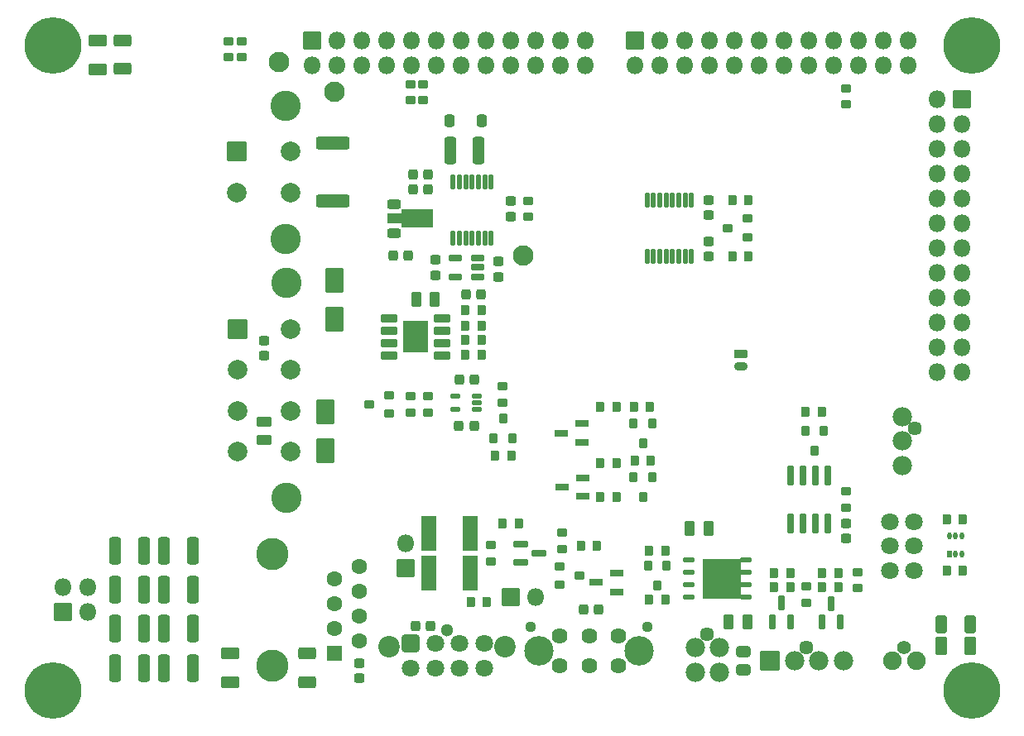
<source format=gbr>
%TF.GenerationSoftware,KiCad,Pcbnew,8.0.8*%
%TF.CreationDate,2025-02-06T17:20:13+00:00*%
%TF.ProjectId,mallow_adapt_v1.3,6d616c6c-6f77-45f6-9164-6170745f7631,rev?*%
%TF.SameCoordinates,Original*%
%TF.FileFunction,Soldermask,Top*%
%TF.FilePolarity,Negative*%
%FSLAX46Y46*%
G04 Gerber Fmt 4.6, Leading zero omitted, Abs format (unit mm)*
G04 Created by KiCad (PCBNEW 8.0.8) date 2025-02-06 17:20:13*
%MOMM*%
%LPD*%
G01*
G04 APERTURE LIST*
G04 Aperture macros list*
%AMRoundRect*
0 Rectangle with rounded corners*
0 $1 Rounding radius*
0 $2 $3 $4 $5 $6 $7 $8 $9 X,Y pos of 4 corners*
0 Add a 4 corners polygon primitive as box body*
4,1,4,$2,$3,$4,$5,$6,$7,$8,$9,$2,$3,0*
0 Add four circle primitives for the rounded corners*
1,1,$1+$1,$2,$3*
1,1,$1+$1,$4,$5*
1,1,$1+$1,$6,$7*
1,1,$1+$1,$8,$9*
0 Add four rect primitives between the rounded corners*
20,1,$1+$1,$2,$3,$4,$5,0*
20,1,$1+$1,$4,$5,$6,$7,0*
20,1,$1+$1,$6,$7,$8,$9,0*
20,1,$1+$1,$8,$9,$2,$3,0*%
%AMFreePoly0*
4,1,21,3.897855,0.901855,3.912500,0.866500,3.912500,-0.866500,3.897855,-0.901855,3.862500,-0.916500,0.737500,-0.916500,0.702145,-0.901855,0.687500,-0.866500,0.687500,-0.500000,-0.737500,-0.500000,-0.772855,-0.485355,-0.787500,-0.450000,-0.787500,0.450000,-0.772855,0.485355,-0.737500,0.500000,0.687500,0.500000,0.687500,0.866500,0.702145,0.901855,0.737500,0.916500,3.862500,0.916500,
3.897855,0.901855,3.897855,0.901855,$1*%
G04 Aperture macros list end*
%ADD10C,0.000000*%
%ADD11RoundRect,0.050000X0.210000X-0.300000X0.210000X0.300000X-0.210000X0.300000X-0.210000X-0.300000X0*%
%ADD12O,0.520000X0.700000*%
%ADD13RoundRect,0.050000X-0.508000X-0.203200X0.508000X-0.203200X0.508000X0.203200X-0.508000X0.203200X0*%
%ADD14RoundRect,0.050000X-1.910500X-1.954499X1.910500X-1.954499X1.910500X1.954499X-1.910500X1.954499X0*%
%ADD15RoundRect,0.050000X-0.762500X0.350000X-0.762500X-0.350000X0.762500X-0.350000X0.762500X0.350000X0*%
%ADD16RoundRect,0.050000X1.200000X1.600000X-1.200000X1.600000X-1.200000X-1.600000X1.200000X-1.600000X0*%
%ADD17RoundRect,0.271739X0.353261X1.128261X-0.353261X1.128261X-0.353261X-1.128261X0.353261X-1.128261X0*%
%ADD18RoundRect,0.271739X-0.353261X-1.128261X0.353261X-1.128261X0.353261X1.128261X-0.353261X1.128261X0*%
%ADD19RoundRect,0.050000X-0.850000X0.850000X-0.850000X-0.850000X0.850000X-0.850000X0.850000X0.850000X0*%
%ADD20O,1.800000X1.800000*%
%ADD21RoundRect,0.272222X-0.340278X-0.652778X0.340278X-0.652778X0.340278X0.652778X-0.340278X0.652778X0*%
%ADD22RoundRect,0.125000X0.375000X0.125000X-0.375000X0.125000X-0.375000X-0.125000X0.375000X-0.125000X0*%
%ADD23RoundRect,0.225000X-0.300000X0.225000X-0.300000X-0.225000X0.300000X-0.225000X0.300000X0.225000X0*%
%ADD24RoundRect,0.225000X0.225000X0.300000X-0.225000X0.300000X-0.225000X-0.300000X0.225000X-0.300000X0*%
%ADD25RoundRect,0.275000X-0.275000X-0.500000X0.275000X-0.500000X0.275000X0.500000X-0.275000X0.500000X0*%
%ADD26RoundRect,0.250000X0.275000X-0.250000X0.275000X0.250000X-0.275000X0.250000X-0.275000X-0.250000X0*%
%ADD27RoundRect,0.274390X0.475610X-0.288110X0.475610X0.288110X-0.475610X0.288110X-0.475610X-0.288110X0*%
%ADD28RoundRect,0.271739X-0.678261X0.353261X-0.678261X-0.353261X0.678261X-0.353261X0.678261X0.353261X0*%
%ADD29C,3.700000*%
%ADD30C,5.800000*%
%ADD31RoundRect,0.225000X0.300000X-0.225000X0.300000X0.225000X-0.300000X0.225000X-0.300000X-0.225000X0*%
%ADD32RoundRect,0.250000X-0.250000X-0.275000X0.250000X-0.275000X0.250000X0.275000X-0.250000X0.275000X0*%
%ADD33RoundRect,0.175000X0.175000X-0.612500X0.175000X0.612500X-0.175000X0.612500X-0.175000X-0.612500X0*%
%ADD34RoundRect,0.175000X-0.612500X-0.175000X0.612500X-0.175000X0.612500X0.175000X-0.612500X0.175000X0*%
%ADD35RoundRect,0.102000X0.400000X0.300000X-0.400000X0.300000X-0.400000X-0.300000X0.400000X-0.300000X0*%
%ADD36RoundRect,0.102000X0.300000X-0.400000X0.300000X0.400000X-0.300000X0.400000X-0.300000X-0.400000X0*%
%ADD37C,2.100000*%
%ADD38RoundRect,0.102000X-0.300000X0.400000X-0.300000X-0.400000X0.300000X-0.400000X0.300000X0.400000X0*%
%ADD39RoundRect,0.272222X-0.652778X0.340278X-0.652778X-0.340278X0.652778X-0.340278X0.652778X0.340278X0*%
%ADD40RoundRect,0.225000X-0.225000X-0.300000X0.225000X-0.300000X0.225000X0.300000X-0.225000X0.300000X0*%
%ADD41RoundRect,0.250000X0.250000X0.275000X-0.250000X0.275000X-0.250000X-0.275000X0.250000X-0.275000X0*%
%ADD42RoundRect,0.271739X0.678261X-0.353261X0.678261X0.353261X-0.678261X0.353261X-0.678261X-0.353261X0*%
%ADD43RoundRect,0.270409X-1.454591X0.392091X-1.454591X-0.392091X1.454591X-0.392091X1.454591X0.392091X0*%
%ADD44RoundRect,0.263889X0.686111X-1.036111X0.686111X1.036111X-0.686111X1.036111X-0.686111X-1.036111X0*%
%ADD45RoundRect,0.250000X-0.450000X-0.250000X0.450000X-0.250000X0.450000X0.250000X-0.450000X0.250000X0*%
%ADD46FreePoly0,0.000000*%
%ADD47RoundRect,0.050000X0.750000X1.715000X-0.750000X1.715000X-0.750000X-1.715000X0.750000X-1.715000X0*%
%ADD48RoundRect,0.102000X-0.400000X-0.300000X0.400000X-0.300000X0.400000X0.300000X-0.400000X0.300000X0*%
%ADD49RoundRect,0.275000X-0.500000X0.275000X-0.500000X-0.275000X0.500000X-0.275000X0.500000X0.275000X0*%
%ADD50RoundRect,0.050000X-0.625000X0.300000X-0.625000X-0.300000X0.625000X-0.300000X0.625000X0.300000X0*%
%ADD51RoundRect,0.271739X0.353261X0.678261X-0.353261X0.678261X-0.353261X-0.678261X0.353261X-0.678261X0*%
%ADD52RoundRect,0.250000X-0.275000X0.250000X-0.275000X-0.250000X0.275000X-0.250000X0.275000X0.250000X0*%
%ADD53RoundRect,0.272222X0.652778X-0.340278X0.652778X0.340278X-0.652778X0.340278X-0.652778X-0.340278X0*%
%ADD54RoundRect,0.175000X-0.175000X0.850000X-0.175000X-0.850000X0.175000X-0.850000X0.175000X0.850000X0*%
%ADD55RoundRect,0.250000X-0.250000X-0.400000X0.250000X-0.400000X0.250000X0.400000X-0.250000X0.400000X0*%
%ADD56RoundRect,0.125000X-0.125000X0.662500X-0.125000X-0.662500X0.125000X-0.662500X0.125000X0.662500X0*%
%ADD57RoundRect,0.175000X0.537500X0.175000X-0.537500X0.175000X-0.537500X-0.175000X0.537500X-0.175000X0*%
%ADD58C,3.009999*%
%ADD59C,1.620000*%
%ADD60C,1.120000*%
%ADD61C,1.975000*%
%ADD62RoundRect,0.050000X-0.937500X-0.937500X0.937500X-0.937500X0.937500X0.937500X-0.937500X0.937500X0*%
%ADD63C,1.450000*%
%ADD64C,1.900000*%
%ADD65C,1.400000*%
%ADD66C,1.600000*%
%ADD67RoundRect,0.050000X0.750000X-0.750000X0.750000X0.750000X-0.750000X0.750000X-0.750000X-0.750000X0*%
%ADD68C,3.300000*%
%ADD69C,2.000000*%
%ADD70RoundRect,0.050000X0.950000X-0.950000X0.950000X0.950000X-0.950000X0.950000X-0.950000X-0.950000X0*%
%ADD71C,3.100000*%
%ADD72C,2.200000*%
%ADD73C,1.800000*%
%ADD74RoundRect,0.264706X-0.635294X-0.635294X0.635294X-0.635294X0.635294X0.635294X-0.635294X0.635294X0*%
%ADD75C,1.300000*%
%ADD76RoundRect,0.050000X-0.850000X-0.850000X0.850000X-0.850000X0.850000X0.850000X-0.850000X0.850000X0*%
%ADD77RoundRect,0.050000X0.850000X0.850000X-0.850000X0.850000X-0.850000X-0.850000X0.850000X-0.850000X0*%
%ADD78RoundRect,0.225000X-0.475000X0.225000X-0.475000X-0.225000X0.475000X-0.225000X0.475000X0.225000X0*%
%ADD79O,1.400000X0.900000*%
G04 APERTURE END LIST*
D10*
%TO.C,Q4*%
G36*
X70358010Y5126800D02*
G01*
X69342010Y5126800D01*
X69342010Y4263200D01*
X70358010Y4263200D01*
X70358010Y3856800D01*
X69342010Y3856800D01*
X69342010Y2993200D01*
X70358010Y2993200D01*
X70358010Y2586800D01*
X69342010Y2586800D01*
X69342010Y1723200D01*
X70358010Y1723200D01*
X70358010Y1316800D01*
X69342010Y1316800D01*
X69342010Y1469200D01*
X65506610Y1469200D01*
X65506610Y5380800D01*
X69342010Y5380800D01*
X69342010Y5533200D01*
X70358010Y5533200D01*
X70358010Y5126800D01*
G37*
%TD*%
D11*
%TO.C,U1*%
X90675010Y5925000D03*
D12*
X91325009Y5925000D03*
X91975008Y5925000D03*
X91975008Y7825002D03*
X91325009Y7825002D03*
X90675010Y7825002D03*
%TD*%
D13*
%TO.C,Q4*%
X64008010Y5330000D03*
X64008010Y4060000D03*
X64008010Y2790000D03*
X64008010Y1520000D03*
X69850010Y1520000D03*
X69850010Y2790000D03*
X69850010Y4060000D03*
D14*
X67431510Y3423699D03*
D13*
X69850010Y5330000D03*
%TD*%
D15*
%TO.C,IC1*%
X38850010Y26275000D03*
X38850010Y27545000D03*
X38850010Y28815000D03*
X38850010Y30085000D03*
X33426010Y30085000D03*
X33426010Y28815000D03*
X33426010Y27545000D03*
X33426010Y26275000D03*
D16*
X36138010Y28180000D03*
%TD*%
D17*
%TO.C,C40*%
X13350010Y-5725000D03*
X10400010Y-5725000D03*
%TD*%
%TO.C,C38*%
X13350010Y-1725000D03*
X10400010Y-1725000D03*
%TD*%
%TO.C,C34*%
X13350010Y2275000D03*
X10400010Y2275000D03*
%TD*%
D18*
%TO.C,C30*%
X5400010Y-1725000D03*
X8350010Y-1725000D03*
%TD*%
%TO.C,C27*%
X5400010Y2275000D03*
X8350010Y2275000D03*
%TD*%
D19*
%TO.C,JP3*%
X45850010Y1525000D03*
D20*
X48390010Y1525000D03*
%TD*%
D17*
%TO.C,C44*%
X13350010Y6275000D03*
X10400010Y6275000D03*
%TD*%
D18*
%TO.C,C42*%
X5400010Y6275000D03*
X8350010Y6275000D03*
%TD*%
%TO.C,C29*%
X5400010Y-5725000D03*
X8350010Y-5725000D03*
%TD*%
D21*
%TO.C,R32*%
X89887510Y-1225000D03*
X92812510Y-1225000D03*
%TD*%
D22*
%TO.C,U13*%
X42350010Y20775000D03*
X42350010Y21425000D03*
X42350010Y22075000D03*
X40150010Y22075000D03*
X40150010Y20775000D03*
%TD*%
D23*
%TO.C,R64*%
X47600010Y42100000D03*
X47600010Y40450000D03*
%TD*%
D24*
%TO.C,R35*%
X56675010Y15275000D03*
X55025010Y15275000D03*
%TD*%
D25*
%TO.C,C9*%
X36150010Y32025000D03*
X38050010Y32025000D03*
%TD*%
D26*
%TO.C,C70*%
X45850010Y40500000D03*
X45850010Y42050000D03*
%TD*%
D27*
%TO.C,R16*%
X69600010Y-5887500D03*
X69600010Y-4062500D03*
%TD*%
D28*
%TO.C,C52*%
X3600010Y58500000D03*
X3600010Y55550000D03*
%TD*%
D29*
%TO.C,H1*%
X93000000Y58000000D03*
D30*
X93000000Y58000000D03*
%TD*%
D26*
%TO.C,C28*%
X44604817Y34331782D03*
X44604817Y35881782D03*
%TD*%
D31*
%TO.C,R67*%
X45024991Y21449549D03*
X45024991Y23099549D03*
%TD*%
D32*
%TO.C,C69*%
X40575010Y23775000D03*
X42125010Y23775000D03*
%TD*%
D33*
%TO.C,D5*%
X72600010Y-975000D03*
X74500010Y-975000D03*
X73550010Y900000D03*
%TD*%
D34*
%TO.C,D3*%
X46825010Y6975000D03*
X46825010Y5075000D03*
X48700010Y6025000D03*
%TD*%
D24*
%TO.C,R47*%
X74425010Y4025000D03*
X72775010Y4025000D03*
%TD*%
D35*
%TO.C,Q17*%
X33370010Y20325000D03*
X33370010Y22225000D03*
X31350010Y21275000D03*
%TD*%
D24*
%TO.C,R39*%
X46675010Y9025000D03*
X45025010Y9025000D03*
%TD*%
D36*
%TO.C,Q18*%
X44100010Y17775000D03*
X46000010Y17775000D03*
X45050010Y19795000D03*
%TD*%
D37*
%TO.C,TP7*%
X22100010Y56275000D03*
%TD*%
D38*
%TO.C,Q1*%
X60300010Y19285000D03*
X58400010Y19285000D03*
X59350010Y17265000D03*
%TD*%
D39*
%TO.C,R31*%
X25005010Y-4262500D03*
X25005010Y-7187500D03*
%TD*%
D31*
%TO.C,R60*%
X16977831Y58432766D03*
X16977831Y56782766D03*
%TD*%
D37*
%TO.C,TP8*%
X47100010Y36525000D03*
%TD*%
D31*
%TO.C,R26*%
X35600010Y52375000D03*
X35600010Y54025000D03*
%TD*%
D40*
%TO.C,R10*%
X59986010Y6275000D03*
X61636010Y6275000D03*
%TD*%
D33*
%TO.C,D4*%
X77650010Y-992359D03*
X79550010Y-992359D03*
X78600010Y882641D03*
%TD*%
D24*
%TO.C,R14*%
X59986010Y1275000D03*
X61636010Y1275000D03*
%TD*%
D41*
%TO.C,C25*%
X37375010Y43275000D03*
X35825010Y43275000D03*
%TD*%
D40*
%TO.C,R34*%
X68500010Y36425000D03*
X70150010Y36425000D03*
%TD*%
D26*
%TO.C,C37*%
X38100010Y34500000D03*
X38100010Y36050000D03*
%TD*%
D42*
%TO.C,C53*%
X17100010Y-7200000D03*
X17100010Y-4250000D03*
%TD*%
D24*
%TO.C,R5*%
X60100010Y21025000D03*
X58450010Y21025000D03*
%TD*%
D37*
%TO.C,TP6*%
X27850010Y53275000D03*
%TD*%
D24*
%TO.C,R7*%
X42850010Y27835000D03*
X41200010Y27835000D03*
%TD*%
D32*
%TO.C,C23*%
X33825010Y36525000D03*
X35375010Y36525000D03*
%TD*%
D41*
%TO.C,C5*%
X42825010Y32485000D03*
X41275010Y32485000D03*
%TD*%
D43*
%TO.C,R28*%
X27600010Y47987500D03*
X27600010Y42062500D03*
%TD*%
D38*
%TO.C,Q9*%
X60300010Y13785000D03*
X58400010Y13785000D03*
X59350010Y11765000D03*
%TD*%
D29*
%TO.C,H4*%
X93000000Y-8000000D03*
D30*
X93000000Y-8000000D03*
%TD*%
D38*
%TO.C,Q16*%
X77850010Y18525000D03*
X75950010Y18525000D03*
X76900010Y16505000D03*
%TD*%
D24*
%TO.C,R45*%
X41775010Y1025000D03*
X43425010Y1025000D03*
%TD*%
D40*
%TO.C,R12*%
X55025010Y21025000D03*
X56675010Y21025000D03*
%TD*%
D44*
%TO.C,D1*%
X26850010Y16525000D03*
X26850010Y20525000D03*
%TD*%
D41*
%TO.C,C21*%
X37375010Y44775000D03*
X35825010Y44775000D03*
%TD*%
D24*
%TO.C,R40*%
X56675010Y11775000D03*
X55025010Y11775000D03*
%TD*%
D23*
%TO.C,R65*%
X37350010Y22100000D03*
X37350010Y20450000D03*
%TD*%
D45*
%TO.C,U2*%
X33900010Y41775000D03*
D46*
X33987510Y40275000D03*
D45*
X33900010Y38775000D03*
%TD*%
D47*
%TO.C,F1*%
X41725010Y8025000D03*
X37425010Y8025000D03*
%TD*%
D29*
%TO.C,H3*%
X-999990Y-8000000D03*
D30*
X-999990Y-8000000D03*
%TD*%
D17*
%TO.C,C66*%
X42575010Y47275000D03*
X39625010Y47275000D03*
%TD*%
D48*
%TO.C,Q2*%
X50850010Y4675000D03*
X50850010Y2775000D03*
X52870010Y3725000D03*
%TD*%
D49*
%TO.C,C14*%
X20600010Y19475000D03*
X20600010Y17575000D03*
%TD*%
D24*
%TO.C,R33*%
X60175010Y15525000D03*
X58525010Y15525000D03*
%TD*%
%TO.C,R42*%
X77703325Y2516331D03*
X79353325Y2516331D03*
%TD*%
D23*
%TO.C,R41*%
X43833108Y5181343D03*
X43833108Y6831343D03*
%TD*%
D50*
%TO.C,Q6*%
X56700010Y2070000D03*
X56700010Y3980000D03*
X54600010Y3025000D03*
%TD*%
D38*
%TO.C,Q3*%
X60811010Y2751337D03*
X59861010Y4771337D03*
X61761010Y4771337D03*
%TD*%
D51*
%TO.C,C54*%
X92825010Y-3475000D03*
X89875010Y-3475000D03*
%TD*%
D31*
%TO.C,R66*%
X35600010Y20450000D03*
X35600010Y22100000D03*
%TD*%
D52*
%TO.C,C63*%
X80100010Y9050000D03*
X80100010Y7500000D03*
%TD*%
D50*
%TO.C,Q11*%
X53200010Y11820000D03*
X53200010Y13730000D03*
X51100010Y12775000D03*
%TD*%
D32*
%TO.C,C10*%
X53300010Y275000D03*
X54850010Y275000D03*
%TD*%
D52*
%TO.C,C13*%
X20600010Y27800000D03*
X20600010Y26250000D03*
%TD*%
D25*
%TO.C,C7*%
X68150010Y-1025000D03*
X70050010Y-1025000D03*
%TD*%
D31*
%TO.C,R36*%
X81350010Y2450000D03*
X81350010Y4100000D03*
%TD*%
D23*
%TO.C,R58*%
X18350010Y58425000D03*
X18350010Y56775000D03*
%TD*%
D52*
%TO.C,C55*%
X66075010Y42200000D03*
X66075010Y40650000D03*
%TD*%
D26*
%TO.C,C58*%
X66075010Y36400000D03*
X66075010Y37950000D03*
%TD*%
D23*
%TO.C,R61*%
X80100010Y12350000D03*
X80100010Y10700000D03*
%TD*%
D24*
%TO.C,R11*%
X42875010Y29335000D03*
X41225010Y29335000D03*
%TD*%
D31*
%TO.C,R27*%
X36850010Y52375000D03*
X36850010Y54025000D03*
%TD*%
D23*
%TO.C,R37*%
X76100010Y2600000D03*
X76100010Y950000D03*
%TD*%
D32*
%TO.C,C68*%
X40550010Y19025000D03*
X42100010Y19025000D03*
%TD*%
D24*
%TO.C,R43*%
X72775010Y2525000D03*
X74425010Y2525000D03*
%TD*%
D32*
%TO.C,C8*%
X36100010Y-1475000D03*
X37650010Y-1475000D03*
%TD*%
D24*
%TO.C,R38*%
X70150010Y42175000D03*
X68500010Y42175000D03*
%TD*%
D40*
%TO.C,R46*%
X77712418Y4025741D03*
X79362418Y4025741D03*
%TD*%
D25*
%TO.C,C6*%
X64150010Y8525000D03*
X66050010Y8525000D03*
%TD*%
D53*
%TO.C,R30*%
X6100010Y55600000D03*
X6100010Y58525000D03*
%TD*%
D50*
%TO.C,Q5*%
X53150010Y17365000D03*
X53150010Y19275000D03*
X51050010Y18320000D03*
%TD*%
D54*
%TO.C,U9*%
X78255010Y14000000D03*
X76985010Y14000000D03*
X75715010Y14000000D03*
X74445010Y14000000D03*
X74445010Y9050000D03*
X75715010Y9050000D03*
X76985010Y9050000D03*
X78255010Y9050000D03*
%TD*%
D55*
%TO.C,D8*%
X39600010Y50275000D03*
X42900010Y50275000D03*
%TD*%
D56*
%TO.C,U5*%
X64325010Y42150000D03*
X63675010Y42150000D03*
X63025010Y42150000D03*
X62375010Y42150000D03*
X61725010Y42150000D03*
X61075010Y42150000D03*
X60425010Y42150000D03*
X59775010Y42150000D03*
X59775010Y36425000D03*
X60425010Y36425000D03*
X61075010Y36425000D03*
X61725010Y36425000D03*
X62375010Y36425000D03*
X63025010Y36425000D03*
X63675010Y36425000D03*
X64325010Y36425000D03*
%TD*%
D29*
%TO.C,H2*%
X-999990Y58000000D03*
D30*
X-999990Y58000000D03*
%TD*%
D24*
%TO.C,R6*%
X42850010Y26335000D03*
X41200010Y26335000D03*
%TD*%
D44*
%TO.C,D9*%
X27850010Y33975000D03*
X27850010Y29975000D03*
%TD*%
D47*
%TO.C,F2*%
X41725010Y4025000D03*
X37425010Y4025000D03*
%TD*%
D56*
%TO.C,U12*%
X43850010Y38300000D03*
X43200010Y38300000D03*
X42550010Y38300000D03*
X41900010Y38300000D03*
X41250010Y38300000D03*
X40600010Y38300000D03*
X39950010Y38300000D03*
X39950010Y44025000D03*
X40600010Y44025000D03*
X41250010Y44025000D03*
X41900010Y44025000D03*
X42550010Y44025000D03*
X43200010Y44025000D03*
X43850010Y44025000D03*
%TD*%
D35*
%TO.C,Q10*%
X70032034Y38367043D03*
X70032034Y40267043D03*
X68012034Y39317043D03*
%TD*%
D40*
%TO.C,R69*%
X44275010Y16025000D03*
X45925010Y16025000D03*
%TD*%
D31*
%TO.C,R3*%
X80150010Y51950000D03*
X80150010Y53600000D03*
%TD*%
D24*
%TO.C,R8*%
X42875010Y30885000D03*
X41225010Y30885000D03*
%TD*%
D57*
%TO.C,U3*%
X42487510Y34325000D03*
X42487510Y35275000D03*
X42487510Y36225000D03*
X40212510Y36225000D03*
X40212510Y34325000D03*
%TD*%
D24*
%TO.C,R13*%
X54675010Y6775000D03*
X53025010Y6775000D03*
%TD*%
D31*
%TO.C,R9*%
X51100010Y6450000D03*
X51100010Y8100000D03*
%TD*%
D24*
%TO.C,R21*%
X92100010Y4275000D03*
X90450010Y4275000D03*
%TD*%
%TO.C,R59*%
X77675010Y20525000D03*
X76025010Y20525000D03*
%TD*%
D52*
%TO.C,C60*%
X30350010Y-5225000D03*
X30350010Y-6775000D03*
%TD*%
D24*
%TO.C,R23*%
X92100010Y9525000D03*
X90450010Y9525000D03*
%TD*%
D58*
%TO.C,J5*%
X59000008Y-3974999D03*
X48700014Y-3974999D03*
D59*
X56850010Y-2475000D03*
X53850011Y-2475000D03*
X50850012Y-2475000D03*
X56850010Y-5474999D03*
X53850011Y-5474999D03*
X50850012Y-5474999D03*
D60*
X47850013Y-1534999D03*
X59849989Y-1534999D03*
%TD*%
D61*
%TO.C,J4*%
X79850010Y-4975000D03*
X77350010Y-4975000D03*
X74850010Y-4975000D03*
D62*
X72350010Y-4975000D03*
D63*
X76100010Y-3635000D03*
%TD*%
D64*
%TO.C,J3*%
X87350010Y-4975000D03*
X84850010Y-4975000D03*
D65*
X86100010Y-3635000D03*
%TD*%
D19*
%TO.C,X19*%
X58520009Y58499972D03*
D20*
X58520009Y55959972D03*
X61060009Y58499972D03*
X61060009Y55959972D03*
X63600009Y58499972D03*
X63600009Y55959972D03*
X66140009Y58499972D03*
X66140009Y55959972D03*
X68680009Y58499972D03*
X68680009Y55959972D03*
X71220009Y58499972D03*
X71220009Y55959972D03*
X73760009Y58499972D03*
X73760009Y55959972D03*
X76300009Y58499972D03*
X76300009Y55959972D03*
X78840009Y58499972D03*
X78840009Y55959972D03*
X81380009Y58499972D03*
X81380009Y55959972D03*
X83920009Y58499972D03*
X83920009Y55959972D03*
X86460009Y58499972D03*
X86460009Y55959972D03*
%TD*%
D61*
%TO.C,J8*%
X85850010Y15025000D03*
X85850010Y17525000D03*
X85850010Y20025000D03*
D63*
X87190010Y18775000D03*
%TD*%
D66*
%TO.C,J9*%
X30350010Y4645000D03*
X27810010Y3375000D03*
X30350010Y2105000D03*
X27810010Y835000D03*
X30350010Y-435000D03*
X27810010Y-1705000D03*
X30350010Y-2975000D03*
D67*
X27810010Y-4245000D03*
D68*
X21460010Y5915000D03*
X21460010Y-5515000D03*
%TD*%
D69*
%TO.C,J1*%
X23300010Y42925000D03*
X23300010Y47125000D03*
X17800010Y42925000D03*
D70*
X17800010Y47125000D03*
D71*
X22840010Y51825000D03*
X22840010Y38225000D03*
%TD*%
D72*
%TO.C,J6*%
X45269988Y-3514999D03*
X33430012Y-3514999D03*
D73*
X43100010Y-5725000D03*
X40600010Y-5725000D03*
X38100010Y-5725000D03*
X35600010Y-5725000D03*
X43100010Y-3225000D03*
X40600010Y-3225000D03*
X38100010Y-3225000D03*
D74*
X35600010Y-3225000D03*
D75*
X39350010Y-1885000D03*
%TD*%
D19*
%TO.C,X10*%
X25500010Y58500000D03*
D20*
X25500010Y55960000D03*
X28040010Y58500000D03*
X28040010Y55960000D03*
X30580010Y58500000D03*
X30580010Y55960000D03*
X33120010Y58500000D03*
X33120010Y55960000D03*
X35660010Y58500000D03*
X35660010Y55960000D03*
X38200010Y58500000D03*
X38200010Y55960000D03*
X40740010Y58500000D03*
X40740010Y55960000D03*
X43280010Y58500000D03*
X43280010Y55960000D03*
X45820010Y58500000D03*
X45820010Y55960000D03*
X48360010Y58500000D03*
X48360010Y55960000D03*
X50900010Y58500000D03*
X50900010Y55960000D03*
X53440010Y58500000D03*
X53440010Y55960000D03*
%TD*%
D69*
%TO.C,J10*%
X23362511Y16400000D03*
X23362511Y20600000D03*
X23362511Y24800000D03*
X23362511Y29000000D03*
X17862511Y16400000D03*
X17862511Y20600000D03*
X17862511Y24800000D03*
D70*
X17862511Y29000000D03*
D71*
X22902511Y33700000D03*
X22902511Y11700000D03*
%TD*%
D61*
%TO.C,J2*%
X67190010Y-6155000D03*
X67190010Y-3655000D03*
X64690010Y-6155000D03*
X64690010Y-3655000D03*
D63*
X65940010Y-2315000D03*
%TD*%
D76*
%TO.C,X5*%
X38Y4D03*
D20*
X2540038Y4D03*
X38Y2540004D03*
X2540038Y2540004D03*
%TD*%
D77*
%TO.C,X16*%
X92000002Y52499976D03*
D20*
X89460002Y52499976D03*
X92000002Y49959976D03*
X89460002Y49959976D03*
X92000002Y47419976D03*
X89460002Y47419976D03*
X92000002Y44879976D03*
X89460002Y44879976D03*
X92000002Y42339976D03*
X89460002Y42339976D03*
X92000002Y39799976D03*
X89460002Y39799976D03*
X92000002Y37259976D03*
X89460002Y37259976D03*
X92000002Y34719976D03*
X89460002Y34719976D03*
X92000002Y32179976D03*
X89460002Y32179976D03*
X92000002Y29639976D03*
X89460002Y29639976D03*
X92000002Y27099976D03*
X89460002Y27099976D03*
X92000002Y24559976D03*
X89460002Y24559976D03*
%TD*%
D73*
%TO.C,J7*%
X84600010Y4275000D03*
X84600010Y6775000D03*
X84600010Y9275000D03*
X87100010Y4275000D03*
X87100010Y6775000D03*
X87100010Y9275000D03*
%TD*%
D78*
%TO.C,J11*%
X69400010Y26400000D03*
D79*
X69400010Y25150000D03*
%TD*%
D76*
%TO.C,JP1*%
X35100010Y4500000D03*
D20*
X35100010Y7040000D03*
%TD*%
M02*

</source>
